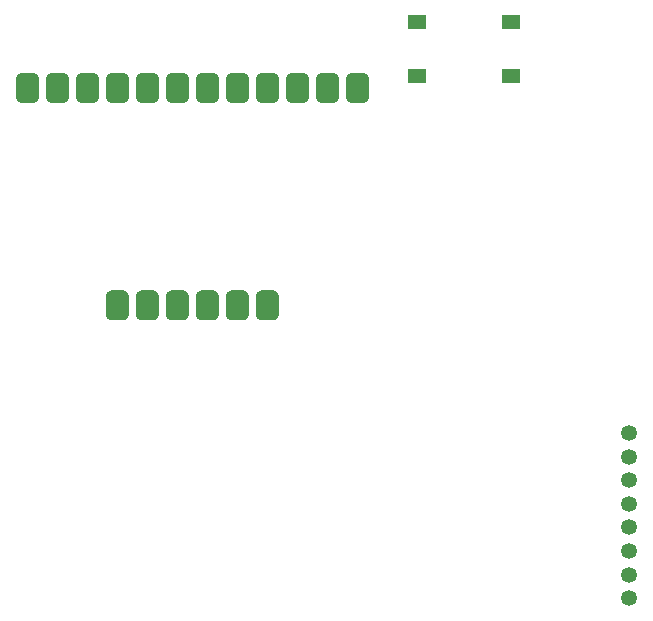
<source format=gbr>
G04 #@! TF.GenerationSoftware,KiCad,Pcbnew,(5.0.0-3-g5ebb6b6)*
G04 #@! TF.CreationDate,2021-01-19T19:10:24+01:00*
G04 #@! TF.ProjectId,HB-RC-4-TOUCH,48422D52432D342D544F5543482E6B69,rev?*
G04 #@! TF.SameCoordinates,Original*
G04 #@! TF.FileFunction,Paste,Top*
G04 #@! TF.FilePolarity,Positive*
%FSLAX46Y46*%
G04 Gerber Fmt 4.6, Leading zero omitted, Abs format (unit mm)*
G04 Created by KiCad (PCBNEW (5.0.0-3-g5ebb6b6)) date 2021 January 19, Tuesday 19:10:24*
%MOMM*%
%LPD*%
G01*
G04 APERTURE LIST*
%ADD10C,0.100000*%
%ADD11C,1.905000*%
%ADD12C,1.350000*%
%ADD13R,1.550000X1.300000*%
G04 APERTURE END LIST*
D10*
G04 #@! TO.C,U2*
G36*
X213552931Y-24524793D02*
X213599162Y-24531651D01*
X213644498Y-24543007D01*
X213688503Y-24558752D01*
X213730753Y-24578735D01*
X213770840Y-24602763D01*
X213808380Y-24630604D01*
X213843010Y-24661990D01*
X213874396Y-24696620D01*
X213902237Y-24734160D01*
X213926265Y-24774247D01*
X213946248Y-24816497D01*
X213961993Y-24860502D01*
X213973349Y-24905838D01*
X213980207Y-24952069D01*
X213982500Y-24998750D01*
X213982500Y-26586250D01*
X213980207Y-26632931D01*
X213973349Y-26679162D01*
X213961993Y-26724498D01*
X213946248Y-26768503D01*
X213926265Y-26810753D01*
X213902237Y-26850840D01*
X213874396Y-26888380D01*
X213843010Y-26923010D01*
X213808380Y-26954396D01*
X213770840Y-26982237D01*
X213730753Y-27006265D01*
X213688503Y-27026248D01*
X213644498Y-27041993D01*
X213599162Y-27053349D01*
X213552931Y-27060207D01*
X213506250Y-27062500D01*
X212553750Y-27062500D01*
X212507069Y-27060207D01*
X212460838Y-27053349D01*
X212415502Y-27041993D01*
X212371497Y-27026248D01*
X212329247Y-27006265D01*
X212289160Y-26982237D01*
X212251620Y-26954396D01*
X212216990Y-26923010D01*
X212185604Y-26888380D01*
X212157763Y-26850840D01*
X212133735Y-26810753D01*
X212113752Y-26768503D01*
X212098007Y-26724498D01*
X212086651Y-26679162D01*
X212079793Y-26632931D01*
X212077500Y-26586250D01*
X212077500Y-24998750D01*
X212079793Y-24952069D01*
X212086651Y-24905838D01*
X212098007Y-24860502D01*
X212113752Y-24816497D01*
X212133735Y-24774247D01*
X212157763Y-24734160D01*
X212185604Y-24696620D01*
X212216990Y-24661990D01*
X212251620Y-24630604D01*
X212289160Y-24602763D01*
X212329247Y-24578735D01*
X212371497Y-24558752D01*
X212415502Y-24543007D01*
X212460838Y-24531651D01*
X212507069Y-24524793D01*
X212553750Y-24522500D01*
X213506250Y-24522500D01*
X213552931Y-24524793D01*
X213552931Y-24524793D01*
G37*
D11*
X213030000Y-25792500D03*
D10*
G36*
X216092931Y-24524793D02*
X216139162Y-24531651D01*
X216184498Y-24543007D01*
X216228503Y-24558752D01*
X216270753Y-24578735D01*
X216310840Y-24602763D01*
X216348380Y-24630604D01*
X216383010Y-24661990D01*
X216414396Y-24696620D01*
X216442237Y-24734160D01*
X216466265Y-24774247D01*
X216486248Y-24816497D01*
X216501993Y-24860502D01*
X216513349Y-24905838D01*
X216520207Y-24952069D01*
X216522500Y-24998750D01*
X216522500Y-26586250D01*
X216520207Y-26632931D01*
X216513349Y-26679162D01*
X216501993Y-26724498D01*
X216486248Y-26768503D01*
X216466265Y-26810753D01*
X216442237Y-26850840D01*
X216414396Y-26888380D01*
X216383010Y-26923010D01*
X216348380Y-26954396D01*
X216310840Y-26982237D01*
X216270753Y-27006265D01*
X216228503Y-27026248D01*
X216184498Y-27041993D01*
X216139162Y-27053349D01*
X216092931Y-27060207D01*
X216046250Y-27062500D01*
X215093750Y-27062500D01*
X215047069Y-27060207D01*
X215000838Y-27053349D01*
X214955502Y-27041993D01*
X214911497Y-27026248D01*
X214869247Y-27006265D01*
X214829160Y-26982237D01*
X214791620Y-26954396D01*
X214756990Y-26923010D01*
X214725604Y-26888380D01*
X214697763Y-26850840D01*
X214673735Y-26810753D01*
X214653752Y-26768503D01*
X214638007Y-26724498D01*
X214626651Y-26679162D01*
X214619793Y-26632931D01*
X214617500Y-26586250D01*
X214617500Y-24998750D01*
X214619793Y-24952069D01*
X214626651Y-24905838D01*
X214638007Y-24860502D01*
X214653752Y-24816497D01*
X214673735Y-24774247D01*
X214697763Y-24734160D01*
X214725604Y-24696620D01*
X214756990Y-24661990D01*
X214791620Y-24630604D01*
X214829160Y-24602763D01*
X214869247Y-24578735D01*
X214911497Y-24558752D01*
X214955502Y-24543007D01*
X215000838Y-24531651D01*
X215047069Y-24524793D01*
X215093750Y-24522500D01*
X216046250Y-24522500D01*
X216092931Y-24524793D01*
X216092931Y-24524793D01*
G37*
D11*
X215570000Y-25792500D03*
D10*
G36*
X218632931Y-24524793D02*
X218679162Y-24531651D01*
X218724498Y-24543007D01*
X218768503Y-24558752D01*
X218810753Y-24578735D01*
X218850840Y-24602763D01*
X218888380Y-24630604D01*
X218923010Y-24661990D01*
X218954396Y-24696620D01*
X218982237Y-24734160D01*
X219006265Y-24774247D01*
X219026248Y-24816497D01*
X219041993Y-24860502D01*
X219053349Y-24905838D01*
X219060207Y-24952069D01*
X219062500Y-24998750D01*
X219062500Y-26586250D01*
X219060207Y-26632931D01*
X219053349Y-26679162D01*
X219041993Y-26724498D01*
X219026248Y-26768503D01*
X219006265Y-26810753D01*
X218982237Y-26850840D01*
X218954396Y-26888380D01*
X218923010Y-26923010D01*
X218888380Y-26954396D01*
X218850840Y-26982237D01*
X218810753Y-27006265D01*
X218768503Y-27026248D01*
X218724498Y-27041993D01*
X218679162Y-27053349D01*
X218632931Y-27060207D01*
X218586250Y-27062500D01*
X217633750Y-27062500D01*
X217587069Y-27060207D01*
X217540838Y-27053349D01*
X217495502Y-27041993D01*
X217451497Y-27026248D01*
X217409247Y-27006265D01*
X217369160Y-26982237D01*
X217331620Y-26954396D01*
X217296990Y-26923010D01*
X217265604Y-26888380D01*
X217237763Y-26850840D01*
X217213735Y-26810753D01*
X217193752Y-26768503D01*
X217178007Y-26724498D01*
X217166651Y-26679162D01*
X217159793Y-26632931D01*
X217157500Y-26586250D01*
X217157500Y-24998750D01*
X217159793Y-24952069D01*
X217166651Y-24905838D01*
X217178007Y-24860502D01*
X217193752Y-24816497D01*
X217213735Y-24774247D01*
X217237763Y-24734160D01*
X217265604Y-24696620D01*
X217296990Y-24661990D01*
X217331620Y-24630604D01*
X217369160Y-24602763D01*
X217409247Y-24578735D01*
X217451497Y-24558752D01*
X217495502Y-24543007D01*
X217540838Y-24531651D01*
X217587069Y-24524793D01*
X217633750Y-24522500D01*
X218586250Y-24522500D01*
X218632931Y-24524793D01*
X218632931Y-24524793D01*
G37*
D11*
X218110000Y-25792500D03*
D10*
G36*
X241492931Y-24524793D02*
X241539162Y-24531651D01*
X241584498Y-24543007D01*
X241628503Y-24558752D01*
X241670753Y-24578735D01*
X241710840Y-24602763D01*
X241748380Y-24630604D01*
X241783010Y-24661990D01*
X241814396Y-24696620D01*
X241842237Y-24734160D01*
X241866265Y-24774247D01*
X241886248Y-24816497D01*
X241901993Y-24860502D01*
X241913349Y-24905838D01*
X241920207Y-24952069D01*
X241922500Y-24998750D01*
X241922500Y-26586250D01*
X241920207Y-26632931D01*
X241913349Y-26679162D01*
X241901993Y-26724498D01*
X241886248Y-26768503D01*
X241866265Y-26810753D01*
X241842237Y-26850840D01*
X241814396Y-26888380D01*
X241783010Y-26923010D01*
X241748380Y-26954396D01*
X241710840Y-26982237D01*
X241670753Y-27006265D01*
X241628503Y-27026248D01*
X241584498Y-27041993D01*
X241539162Y-27053349D01*
X241492931Y-27060207D01*
X241446250Y-27062500D01*
X240493750Y-27062500D01*
X240447069Y-27060207D01*
X240400838Y-27053349D01*
X240355502Y-27041993D01*
X240311497Y-27026248D01*
X240269247Y-27006265D01*
X240229160Y-26982237D01*
X240191620Y-26954396D01*
X240156990Y-26923010D01*
X240125604Y-26888380D01*
X240097763Y-26850840D01*
X240073735Y-26810753D01*
X240053752Y-26768503D01*
X240038007Y-26724498D01*
X240026651Y-26679162D01*
X240019793Y-26632931D01*
X240017500Y-26586250D01*
X240017500Y-24998750D01*
X240019793Y-24952069D01*
X240026651Y-24905838D01*
X240038007Y-24860502D01*
X240053752Y-24816497D01*
X240073735Y-24774247D01*
X240097763Y-24734160D01*
X240125604Y-24696620D01*
X240156990Y-24661990D01*
X240191620Y-24630604D01*
X240229160Y-24602763D01*
X240269247Y-24578735D01*
X240311497Y-24558752D01*
X240355502Y-24543007D01*
X240400838Y-24531651D01*
X240447069Y-24524793D01*
X240493750Y-24522500D01*
X241446250Y-24522500D01*
X241492931Y-24524793D01*
X241492931Y-24524793D01*
G37*
D11*
X240970000Y-25792500D03*
D10*
G36*
X238952931Y-24524793D02*
X238999162Y-24531651D01*
X239044498Y-24543007D01*
X239088503Y-24558752D01*
X239130753Y-24578735D01*
X239170840Y-24602763D01*
X239208380Y-24630604D01*
X239243010Y-24661990D01*
X239274396Y-24696620D01*
X239302237Y-24734160D01*
X239326265Y-24774247D01*
X239346248Y-24816497D01*
X239361993Y-24860502D01*
X239373349Y-24905838D01*
X239380207Y-24952069D01*
X239382500Y-24998750D01*
X239382500Y-26586250D01*
X239380207Y-26632931D01*
X239373349Y-26679162D01*
X239361993Y-26724498D01*
X239346248Y-26768503D01*
X239326265Y-26810753D01*
X239302237Y-26850840D01*
X239274396Y-26888380D01*
X239243010Y-26923010D01*
X239208380Y-26954396D01*
X239170840Y-26982237D01*
X239130753Y-27006265D01*
X239088503Y-27026248D01*
X239044498Y-27041993D01*
X238999162Y-27053349D01*
X238952931Y-27060207D01*
X238906250Y-27062500D01*
X237953750Y-27062500D01*
X237907069Y-27060207D01*
X237860838Y-27053349D01*
X237815502Y-27041993D01*
X237771497Y-27026248D01*
X237729247Y-27006265D01*
X237689160Y-26982237D01*
X237651620Y-26954396D01*
X237616990Y-26923010D01*
X237585604Y-26888380D01*
X237557763Y-26850840D01*
X237533735Y-26810753D01*
X237513752Y-26768503D01*
X237498007Y-26724498D01*
X237486651Y-26679162D01*
X237479793Y-26632931D01*
X237477500Y-26586250D01*
X237477500Y-24998750D01*
X237479793Y-24952069D01*
X237486651Y-24905838D01*
X237498007Y-24860502D01*
X237513752Y-24816497D01*
X237533735Y-24774247D01*
X237557763Y-24734160D01*
X237585604Y-24696620D01*
X237616990Y-24661990D01*
X237651620Y-24630604D01*
X237689160Y-24602763D01*
X237729247Y-24578735D01*
X237771497Y-24558752D01*
X237815502Y-24543007D01*
X237860838Y-24531651D01*
X237907069Y-24524793D01*
X237953750Y-24522500D01*
X238906250Y-24522500D01*
X238952931Y-24524793D01*
X238952931Y-24524793D01*
G37*
D11*
X238430000Y-25792500D03*
D10*
G36*
X236412931Y-24524793D02*
X236459162Y-24531651D01*
X236504498Y-24543007D01*
X236548503Y-24558752D01*
X236590753Y-24578735D01*
X236630840Y-24602763D01*
X236668380Y-24630604D01*
X236703010Y-24661990D01*
X236734396Y-24696620D01*
X236762237Y-24734160D01*
X236786265Y-24774247D01*
X236806248Y-24816497D01*
X236821993Y-24860502D01*
X236833349Y-24905838D01*
X236840207Y-24952069D01*
X236842500Y-24998750D01*
X236842500Y-26586250D01*
X236840207Y-26632931D01*
X236833349Y-26679162D01*
X236821993Y-26724498D01*
X236806248Y-26768503D01*
X236786265Y-26810753D01*
X236762237Y-26850840D01*
X236734396Y-26888380D01*
X236703010Y-26923010D01*
X236668380Y-26954396D01*
X236630840Y-26982237D01*
X236590753Y-27006265D01*
X236548503Y-27026248D01*
X236504498Y-27041993D01*
X236459162Y-27053349D01*
X236412931Y-27060207D01*
X236366250Y-27062500D01*
X235413750Y-27062500D01*
X235367069Y-27060207D01*
X235320838Y-27053349D01*
X235275502Y-27041993D01*
X235231497Y-27026248D01*
X235189247Y-27006265D01*
X235149160Y-26982237D01*
X235111620Y-26954396D01*
X235076990Y-26923010D01*
X235045604Y-26888380D01*
X235017763Y-26850840D01*
X234993735Y-26810753D01*
X234973752Y-26768503D01*
X234958007Y-26724498D01*
X234946651Y-26679162D01*
X234939793Y-26632931D01*
X234937500Y-26586250D01*
X234937500Y-24998750D01*
X234939793Y-24952069D01*
X234946651Y-24905838D01*
X234958007Y-24860502D01*
X234973752Y-24816497D01*
X234993735Y-24774247D01*
X235017763Y-24734160D01*
X235045604Y-24696620D01*
X235076990Y-24661990D01*
X235111620Y-24630604D01*
X235149160Y-24602763D01*
X235189247Y-24578735D01*
X235231497Y-24558752D01*
X235275502Y-24543007D01*
X235320838Y-24531651D01*
X235367069Y-24524793D01*
X235413750Y-24522500D01*
X236366250Y-24522500D01*
X236412931Y-24524793D01*
X236412931Y-24524793D01*
G37*
D11*
X235890000Y-25792500D03*
D10*
G36*
X233872931Y-24524793D02*
X233919162Y-24531651D01*
X233964498Y-24543007D01*
X234008503Y-24558752D01*
X234050753Y-24578735D01*
X234090840Y-24602763D01*
X234128380Y-24630604D01*
X234163010Y-24661990D01*
X234194396Y-24696620D01*
X234222237Y-24734160D01*
X234246265Y-24774247D01*
X234266248Y-24816497D01*
X234281993Y-24860502D01*
X234293349Y-24905838D01*
X234300207Y-24952069D01*
X234302500Y-24998750D01*
X234302500Y-26586250D01*
X234300207Y-26632931D01*
X234293349Y-26679162D01*
X234281993Y-26724498D01*
X234266248Y-26768503D01*
X234246265Y-26810753D01*
X234222237Y-26850840D01*
X234194396Y-26888380D01*
X234163010Y-26923010D01*
X234128380Y-26954396D01*
X234090840Y-26982237D01*
X234050753Y-27006265D01*
X234008503Y-27026248D01*
X233964498Y-27041993D01*
X233919162Y-27053349D01*
X233872931Y-27060207D01*
X233826250Y-27062500D01*
X232873750Y-27062500D01*
X232827069Y-27060207D01*
X232780838Y-27053349D01*
X232735502Y-27041993D01*
X232691497Y-27026248D01*
X232649247Y-27006265D01*
X232609160Y-26982237D01*
X232571620Y-26954396D01*
X232536990Y-26923010D01*
X232505604Y-26888380D01*
X232477763Y-26850840D01*
X232453735Y-26810753D01*
X232433752Y-26768503D01*
X232418007Y-26724498D01*
X232406651Y-26679162D01*
X232399793Y-26632931D01*
X232397500Y-26586250D01*
X232397500Y-24998750D01*
X232399793Y-24952069D01*
X232406651Y-24905838D01*
X232418007Y-24860502D01*
X232433752Y-24816497D01*
X232453735Y-24774247D01*
X232477763Y-24734160D01*
X232505604Y-24696620D01*
X232536990Y-24661990D01*
X232571620Y-24630604D01*
X232609160Y-24602763D01*
X232649247Y-24578735D01*
X232691497Y-24558752D01*
X232735502Y-24543007D01*
X232780838Y-24531651D01*
X232827069Y-24524793D01*
X232873750Y-24522500D01*
X233826250Y-24522500D01*
X233872931Y-24524793D01*
X233872931Y-24524793D01*
G37*
D11*
X233350000Y-25792500D03*
D10*
G36*
X231332931Y-24524793D02*
X231379162Y-24531651D01*
X231424498Y-24543007D01*
X231468503Y-24558752D01*
X231510753Y-24578735D01*
X231550840Y-24602763D01*
X231588380Y-24630604D01*
X231623010Y-24661990D01*
X231654396Y-24696620D01*
X231682237Y-24734160D01*
X231706265Y-24774247D01*
X231726248Y-24816497D01*
X231741993Y-24860502D01*
X231753349Y-24905838D01*
X231760207Y-24952069D01*
X231762500Y-24998750D01*
X231762500Y-26586250D01*
X231760207Y-26632931D01*
X231753349Y-26679162D01*
X231741993Y-26724498D01*
X231726248Y-26768503D01*
X231706265Y-26810753D01*
X231682237Y-26850840D01*
X231654396Y-26888380D01*
X231623010Y-26923010D01*
X231588380Y-26954396D01*
X231550840Y-26982237D01*
X231510753Y-27006265D01*
X231468503Y-27026248D01*
X231424498Y-27041993D01*
X231379162Y-27053349D01*
X231332931Y-27060207D01*
X231286250Y-27062500D01*
X230333750Y-27062500D01*
X230287069Y-27060207D01*
X230240838Y-27053349D01*
X230195502Y-27041993D01*
X230151497Y-27026248D01*
X230109247Y-27006265D01*
X230069160Y-26982237D01*
X230031620Y-26954396D01*
X229996990Y-26923010D01*
X229965604Y-26888380D01*
X229937763Y-26850840D01*
X229913735Y-26810753D01*
X229893752Y-26768503D01*
X229878007Y-26724498D01*
X229866651Y-26679162D01*
X229859793Y-26632931D01*
X229857500Y-26586250D01*
X229857500Y-24998750D01*
X229859793Y-24952069D01*
X229866651Y-24905838D01*
X229878007Y-24860502D01*
X229893752Y-24816497D01*
X229913735Y-24774247D01*
X229937763Y-24734160D01*
X229965604Y-24696620D01*
X229996990Y-24661990D01*
X230031620Y-24630604D01*
X230069160Y-24602763D01*
X230109247Y-24578735D01*
X230151497Y-24558752D01*
X230195502Y-24543007D01*
X230240838Y-24531651D01*
X230287069Y-24524793D01*
X230333750Y-24522500D01*
X231286250Y-24522500D01*
X231332931Y-24524793D01*
X231332931Y-24524793D01*
G37*
D11*
X230810000Y-25792500D03*
D10*
G36*
X228792931Y-24524793D02*
X228839162Y-24531651D01*
X228884498Y-24543007D01*
X228928503Y-24558752D01*
X228970753Y-24578735D01*
X229010840Y-24602763D01*
X229048380Y-24630604D01*
X229083010Y-24661990D01*
X229114396Y-24696620D01*
X229142237Y-24734160D01*
X229166265Y-24774247D01*
X229186248Y-24816497D01*
X229201993Y-24860502D01*
X229213349Y-24905838D01*
X229220207Y-24952069D01*
X229222500Y-24998750D01*
X229222500Y-26586250D01*
X229220207Y-26632931D01*
X229213349Y-26679162D01*
X229201993Y-26724498D01*
X229186248Y-26768503D01*
X229166265Y-26810753D01*
X229142237Y-26850840D01*
X229114396Y-26888380D01*
X229083010Y-26923010D01*
X229048380Y-26954396D01*
X229010840Y-26982237D01*
X228970753Y-27006265D01*
X228928503Y-27026248D01*
X228884498Y-27041993D01*
X228839162Y-27053349D01*
X228792931Y-27060207D01*
X228746250Y-27062500D01*
X227793750Y-27062500D01*
X227747069Y-27060207D01*
X227700838Y-27053349D01*
X227655502Y-27041993D01*
X227611497Y-27026248D01*
X227569247Y-27006265D01*
X227529160Y-26982237D01*
X227491620Y-26954396D01*
X227456990Y-26923010D01*
X227425604Y-26888380D01*
X227397763Y-26850840D01*
X227373735Y-26810753D01*
X227353752Y-26768503D01*
X227338007Y-26724498D01*
X227326651Y-26679162D01*
X227319793Y-26632931D01*
X227317500Y-26586250D01*
X227317500Y-24998750D01*
X227319793Y-24952069D01*
X227326651Y-24905838D01*
X227338007Y-24860502D01*
X227353752Y-24816497D01*
X227373735Y-24774247D01*
X227397763Y-24734160D01*
X227425604Y-24696620D01*
X227456990Y-24661990D01*
X227491620Y-24630604D01*
X227529160Y-24602763D01*
X227569247Y-24578735D01*
X227611497Y-24558752D01*
X227655502Y-24543007D01*
X227700838Y-24531651D01*
X227747069Y-24524793D01*
X227793750Y-24522500D01*
X228746250Y-24522500D01*
X228792931Y-24524793D01*
X228792931Y-24524793D01*
G37*
D11*
X228270000Y-25792500D03*
D10*
G36*
X226252931Y-24524793D02*
X226299162Y-24531651D01*
X226344498Y-24543007D01*
X226388503Y-24558752D01*
X226430753Y-24578735D01*
X226470840Y-24602763D01*
X226508380Y-24630604D01*
X226543010Y-24661990D01*
X226574396Y-24696620D01*
X226602237Y-24734160D01*
X226626265Y-24774247D01*
X226646248Y-24816497D01*
X226661993Y-24860502D01*
X226673349Y-24905838D01*
X226680207Y-24952069D01*
X226682500Y-24998750D01*
X226682500Y-26586250D01*
X226680207Y-26632931D01*
X226673349Y-26679162D01*
X226661993Y-26724498D01*
X226646248Y-26768503D01*
X226626265Y-26810753D01*
X226602237Y-26850840D01*
X226574396Y-26888380D01*
X226543010Y-26923010D01*
X226508380Y-26954396D01*
X226470840Y-26982237D01*
X226430753Y-27006265D01*
X226388503Y-27026248D01*
X226344498Y-27041993D01*
X226299162Y-27053349D01*
X226252931Y-27060207D01*
X226206250Y-27062500D01*
X225253750Y-27062500D01*
X225207069Y-27060207D01*
X225160838Y-27053349D01*
X225115502Y-27041993D01*
X225071497Y-27026248D01*
X225029247Y-27006265D01*
X224989160Y-26982237D01*
X224951620Y-26954396D01*
X224916990Y-26923010D01*
X224885604Y-26888380D01*
X224857763Y-26850840D01*
X224833735Y-26810753D01*
X224813752Y-26768503D01*
X224798007Y-26724498D01*
X224786651Y-26679162D01*
X224779793Y-26632931D01*
X224777500Y-26586250D01*
X224777500Y-24998750D01*
X224779793Y-24952069D01*
X224786651Y-24905838D01*
X224798007Y-24860502D01*
X224813752Y-24816497D01*
X224833735Y-24774247D01*
X224857763Y-24734160D01*
X224885604Y-24696620D01*
X224916990Y-24661990D01*
X224951620Y-24630604D01*
X224989160Y-24602763D01*
X225029247Y-24578735D01*
X225071497Y-24558752D01*
X225115502Y-24543007D01*
X225160838Y-24531651D01*
X225207069Y-24524793D01*
X225253750Y-24522500D01*
X226206250Y-24522500D01*
X226252931Y-24524793D01*
X226252931Y-24524793D01*
G37*
D11*
X225730000Y-25792500D03*
D10*
G36*
X223712931Y-24524793D02*
X223759162Y-24531651D01*
X223804498Y-24543007D01*
X223848503Y-24558752D01*
X223890753Y-24578735D01*
X223930840Y-24602763D01*
X223968380Y-24630604D01*
X224003010Y-24661990D01*
X224034396Y-24696620D01*
X224062237Y-24734160D01*
X224086265Y-24774247D01*
X224106248Y-24816497D01*
X224121993Y-24860502D01*
X224133349Y-24905838D01*
X224140207Y-24952069D01*
X224142500Y-24998750D01*
X224142500Y-26586250D01*
X224140207Y-26632931D01*
X224133349Y-26679162D01*
X224121993Y-26724498D01*
X224106248Y-26768503D01*
X224086265Y-26810753D01*
X224062237Y-26850840D01*
X224034396Y-26888380D01*
X224003010Y-26923010D01*
X223968380Y-26954396D01*
X223930840Y-26982237D01*
X223890753Y-27006265D01*
X223848503Y-27026248D01*
X223804498Y-27041993D01*
X223759162Y-27053349D01*
X223712931Y-27060207D01*
X223666250Y-27062500D01*
X222713750Y-27062500D01*
X222667069Y-27060207D01*
X222620838Y-27053349D01*
X222575502Y-27041993D01*
X222531497Y-27026248D01*
X222489247Y-27006265D01*
X222449160Y-26982237D01*
X222411620Y-26954396D01*
X222376990Y-26923010D01*
X222345604Y-26888380D01*
X222317763Y-26850840D01*
X222293735Y-26810753D01*
X222273752Y-26768503D01*
X222258007Y-26724498D01*
X222246651Y-26679162D01*
X222239793Y-26632931D01*
X222237500Y-26586250D01*
X222237500Y-24998750D01*
X222239793Y-24952069D01*
X222246651Y-24905838D01*
X222258007Y-24860502D01*
X222273752Y-24816497D01*
X222293735Y-24774247D01*
X222317763Y-24734160D01*
X222345604Y-24696620D01*
X222376990Y-24661990D01*
X222411620Y-24630604D01*
X222449160Y-24602763D01*
X222489247Y-24578735D01*
X222531497Y-24558752D01*
X222575502Y-24543007D01*
X222620838Y-24531651D01*
X222667069Y-24524793D01*
X222713750Y-24522500D01*
X223666250Y-24522500D01*
X223712931Y-24524793D01*
X223712931Y-24524793D01*
G37*
D11*
X223190000Y-25792500D03*
D10*
G36*
X221172931Y-24524793D02*
X221219162Y-24531651D01*
X221264498Y-24543007D01*
X221308503Y-24558752D01*
X221350753Y-24578735D01*
X221390840Y-24602763D01*
X221428380Y-24630604D01*
X221463010Y-24661990D01*
X221494396Y-24696620D01*
X221522237Y-24734160D01*
X221546265Y-24774247D01*
X221566248Y-24816497D01*
X221581993Y-24860502D01*
X221593349Y-24905838D01*
X221600207Y-24952069D01*
X221602500Y-24998750D01*
X221602500Y-26586250D01*
X221600207Y-26632931D01*
X221593349Y-26679162D01*
X221581993Y-26724498D01*
X221566248Y-26768503D01*
X221546265Y-26810753D01*
X221522237Y-26850840D01*
X221494396Y-26888380D01*
X221463010Y-26923010D01*
X221428380Y-26954396D01*
X221390840Y-26982237D01*
X221350753Y-27006265D01*
X221308503Y-27026248D01*
X221264498Y-27041993D01*
X221219162Y-27053349D01*
X221172931Y-27060207D01*
X221126250Y-27062500D01*
X220173750Y-27062500D01*
X220127069Y-27060207D01*
X220080838Y-27053349D01*
X220035502Y-27041993D01*
X219991497Y-27026248D01*
X219949247Y-27006265D01*
X219909160Y-26982237D01*
X219871620Y-26954396D01*
X219836990Y-26923010D01*
X219805604Y-26888380D01*
X219777763Y-26850840D01*
X219753735Y-26810753D01*
X219733752Y-26768503D01*
X219718007Y-26724498D01*
X219706651Y-26679162D01*
X219699793Y-26632931D01*
X219697500Y-26586250D01*
X219697500Y-24998750D01*
X219699793Y-24952069D01*
X219706651Y-24905838D01*
X219718007Y-24860502D01*
X219733752Y-24816497D01*
X219753735Y-24774247D01*
X219777763Y-24734160D01*
X219805604Y-24696620D01*
X219836990Y-24661990D01*
X219871620Y-24630604D01*
X219909160Y-24602763D01*
X219949247Y-24578735D01*
X219991497Y-24558752D01*
X220035502Y-24543007D01*
X220080838Y-24531651D01*
X220127069Y-24524793D01*
X220173750Y-24522500D01*
X221126250Y-24522500D01*
X221172931Y-24524793D01*
X221172931Y-24524793D01*
G37*
D11*
X220650000Y-25792500D03*
D10*
G36*
X233872931Y-42939793D02*
X233919162Y-42946651D01*
X233964498Y-42958007D01*
X234008503Y-42973752D01*
X234050753Y-42993735D01*
X234090840Y-43017763D01*
X234128380Y-43045604D01*
X234163010Y-43076990D01*
X234194396Y-43111620D01*
X234222237Y-43149160D01*
X234246265Y-43189247D01*
X234266248Y-43231497D01*
X234281993Y-43275502D01*
X234293349Y-43320838D01*
X234300207Y-43367069D01*
X234302500Y-43413750D01*
X234302500Y-45001250D01*
X234300207Y-45047931D01*
X234293349Y-45094162D01*
X234281993Y-45139498D01*
X234266248Y-45183503D01*
X234246265Y-45225753D01*
X234222237Y-45265840D01*
X234194396Y-45303380D01*
X234163010Y-45338010D01*
X234128380Y-45369396D01*
X234090840Y-45397237D01*
X234050753Y-45421265D01*
X234008503Y-45441248D01*
X233964498Y-45456993D01*
X233919162Y-45468349D01*
X233872931Y-45475207D01*
X233826250Y-45477500D01*
X232873750Y-45477500D01*
X232827069Y-45475207D01*
X232780838Y-45468349D01*
X232735502Y-45456993D01*
X232691497Y-45441248D01*
X232649247Y-45421265D01*
X232609160Y-45397237D01*
X232571620Y-45369396D01*
X232536990Y-45338010D01*
X232505604Y-45303380D01*
X232477763Y-45265840D01*
X232453735Y-45225753D01*
X232433752Y-45183503D01*
X232418007Y-45139498D01*
X232406651Y-45094162D01*
X232399793Y-45047931D01*
X232397500Y-45001250D01*
X232397500Y-43413750D01*
X232399793Y-43367069D01*
X232406651Y-43320838D01*
X232418007Y-43275502D01*
X232433752Y-43231497D01*
X232453735Y-43189247D01*
X232477763Y-43149160D01*
X232505604Y-43111620D01*
X232536990Y-43076990D01*
X232571620Y-43045604D01*
X232609160Y-43017763D01*
X232649247Y-42993735D01*
X232691497Y-42973752D01*
X232735502Y-42958007D01*
X232780838Y-42946651D01*
X232827069Y-42939793D01*
X232873750Y-42937500D01*
X233826250Y-42937500D01*
X233872931Y-42939793D01*
X233872931Y-42939793D01*
G37*
D11*
X233350000Y-44207500D03*
D10*
G36*
X231332931Y-42939793D02*
X231379162Y-42946651D01*
X231424498Y-42958007D01*
X231468503Y-42973752D01*
X231510753Y-42993735D01*
X231550840Y-43017763D01*
X231588380Y-43045604D01*
X231623010Y-43076990D01*
X231654396Y-43111620D01*
X231682237Y-43149160D01*
X231706265Y-43189247D01*
X231726248Y-43231497D01*
X231741993Y-43275502D01*
X231753349Y-43320838D01*
X231760207Y-43367069D01*
X231762500Y-43413750D01*
X231762500Y-45001250D01*
X231760207Y-45047931D01*
X231753349Y-45094162D01*
X231741993Y-45139498D01*
X231726248Y-45183503D01*
X231706265Y-45225753D01*
X231682237Y-45265840D01*
X231654396Y-45303380D01*
X231623010Y-45338010D01*
X231588380Y-45369396D01*
X231550840Y-45397237D01*
X231510753Y-45421265D01*
X231468503Y-45441248D01*
X231424498Y-45456993D01*
X231379162Y-45468349D01*
X231332931Y-45475207D01*
X231286250Y-45477500D01*
X230333750Y-45477500D01*
X230287069Y-45475207D01*
X230240838Y-45468349D01*
X230195502Y-45456993D01*
X230151497Y-45441248D01*
X230109247Y-45421265D01*
X230069160Y-45397237D01*
X230031620Y-45369396D01*
X229996990Y-45338010D01*
X229965604Y-45303380D01*
X229937763Y-45265840D01*
X229913735Y-45225753D01*
X229893752Y-45183503D01*
X229878007Y-45139498D01*
X229866651Y-45094162D01*
X229859793Y-45047931D01*
X229857500Y-45001250D01*
X229857500Y-43413750D01*
X229859793Y-43367069D01*
X229866651Y-43320838D01*
X229878007Y-43275502D01*
X229893752Y-43231497D01*
X229913735Y-43189247D01*
X229937763Y-43149160D01*
X229965604Y-43111620D01*
X229996990Y-43076990D01*
X230031620Y-43045604D01*
X230069160Y-43017763D01*
X230109247Y-42993735D01*
X230151497Y-42973752D01*
X230195502Y-42958007D01*
X230240838Y-42946651D01*
X230287069Y-42939793D01*
X230333750Y-42937500D01*
X231286250Y-42937500D01*
X231332931Y-42939793D01*
X231332931Y-42939793D01*
G37*
D11*
X230810000Y-44207500D03*
D10*
G36*
X228792931Y-42939793D02*
X228839162Y-42946651D01*
X228884498Y-42958007D01*
X228928503Y-42973752D01*
X228970753Y-42993735D01*
X229010840Y-43017763D01*
X229048380Y-43045604D01*
X229083010Y-43076990D01*
X229114396Y-43111620D01*
X229142237Y-43149160D01*
X229166265Y-43189247D01*
X229186248Y-43231497D01*
X229201993Y-43275502D01*
X229213349Y-43320838D01*
X229220207Y-43367069D01*
X229222500Y-43413750D01*
X229222500Y-45001250D01*
X229220207Y-45047931D01*
X229213349Y-45094162D01*
X229201993Y-45139498D01*
X229186248Y-45183503D01*
X229166265Y-45225753D01*
X229142237Y-45265840D01*
X229114396Y-45303380D01*
X229083010Y-45338010D01*
X229048380Y-45369396D01*
X229010840Y-45397237D01*
X228970753Y-45421265D01*
X228928503Y-45441248D01*
X228884498Y-45456993D01*
X228839162Y-45468349D01*
X228792931Y-45475207D01*
X228746250Y-45477500D01*
X227793750Y-45477500D01*
X227747069Y-45475207D01*
X227700838Y-45468349D01*
X227655502Y-45456993D01*
X227611497Y-45441248D01*
X227569247Y-45421265D01*
X227529160Y-45397237D01*
X227491620Y-45369396D01*
X227456990Y-45338010D01*
X227425604Y-45303380D01*
X227397763Y-45265840D01*
X227373735Y-45225753D01*
X227353752Y-45183503D01*
X227338007Y-45139498D01*
X227326651Y-45094162D01*
X227319793Y-45047931D01*
X227317500Y-45001250D01*
X227317500Y-43413750D01*
X227319793Y-43367069D01*
X227326651Y-43320838D01*
X227338007Y-43275502D01*
X227353752Y-43231497D01*
X227373735Y-43189247D01*
X227397763Y-43149160D01*
X227425604Y-43111620D01*
X227456990Y-43076990D01*
X227491620Y-43045604D01*
X227529160Y-43017763D01*
X227569247Y-42993735D01*
X227611497Y-42973752D01*
X227655502Y-42958007D01*
X227700838Y-42946651D01*
X227747069Y-42939793D01*
X227793750Y-42937500D01*
X228746250Y-42937500D01*
X228792931Y-42939793D01*
X228792931Y-42939793D01*
G37*
D11*
X228270000Y-44207500D03*
D10*
G36*
X226252931Y-42939793D02*
X226299162Y-42946651D01*
X226344498Y-42958007D01*
X226388503Y-42973752D01*
X226430753Y-42993735D01*
X226470840Y-43017763D01*
X226508380Y-43045604D01*
X226543010Y-43076990D01*
X226574396Y-43111620D01*
X226602237Y-43149160D01*
X226626265Y-43189247D01*
X226646248Y-43231497D01*
X226661993Y-43275502D01*
X226673349Y-43320838D01*
X226680207Y-43367069D01*
X226682500Y-43413750D01*
X226682500Y-45001250D01*
X226680207Y-45047931D01*
X226673349Y-45094162D01*
X226661993Y-45139498D01*
X226646248Y-45183503D01*
X226626265Y-45225753D01*
X226602237Y-45265840D01*
X226574396Y-45303380D01*
X226543010Y-45338010D01*
X226508380Y-45369396D01*
X226470840Y-45397237D01*
X226430753Y-45421265D01*
X226388503Y-45441248D01*
X226344498Y-45456993D01*
X226299162Y-45468349D01*
X226252931Y-45475207D01*
X226206250Y-45477500D01*
X225253750Y-45477500D01*
X225207069Y-45475207D01*
X225160838Y-45468349D01*
X225115502Y-45456993D01*
X225071497Y-45441248D01*
X225029247Y-45421265D01*
X224989160Y-45397237D01*
X224951620Y-45369396D01*
X224916990Y-45338010D01*
X224885604Y-45303380D01*
X224857763Y-45265840D01*
X224833735Y-45225753D01*
X224813752Y-45183503D01*
X224798007Y-45139498D01*
X224786651Y-45094162D01*
X224779793Y-45047931D01*
X224777500Y-45001250D01*
X224777500Y-43413750D01*
X224779793Y-43367069D01*
X224786651Y-43320838D01*
X224798007Y-43275502D01*
X224813752Y-43231497D01*
X224833735Y-43189247D01*
X224857763Y-43149160D01*
X224885604Y-43111620D01*
X224916990Y-43076990D01*
X224951620Y-43045604D01*
X224989160Y-43017763D01*
X225029247Y-42993735D01*
X225071497Y-42973752D01*
X225115502Y-42958007D01*
X225160838Y-42946651D01*
X225207069Y-42939793D01*
X225253750Y-42937500D01*
X226206250Y-42937500D01*
X226252931Y-42939793D01*
X226252931Y-42939793D01*
G37*
D11*
X225730000Y-44207500D03*
D10*
G36*
X223712931Y-42939793D02*
X223759162Y-42946651D01*
X223804498Y-42958007D01*
X223848503Y-42973752D01*
X223890753Y-42993735D01*
X223930840Y-43017763D01*
X223968380Y-43045604D01*
X224003010Y-43076990D01*
X224034396Y-43111620D01*
X224062237Y-43149160D01*
X224086265Y-43189247D01*
X224106248Y-43231497D01*
X224121993Y-43275502D01*
X224133349Y-43320838D01*
X224140207Y-43367069D01*
X224142500Y-43413750D01*
X224142500Y-45001250D01*
X224140207Y-45047931D01*
X224133349Y-45094162D01*
X224121993Y-45139498D01*
X224106248Y-45183503D01*
X224086265Y-45225753D01*
X224062237Y-45265840D01*
X224034396Y-45303380D01*
X224003010Y-45338010D01*
X223968380Y-45369396D01*
X223930840Y-45397237D01*
X223890753Y-45421265D01*
X223848503Y-45441248D01*
X223804498Y-45456993D01*
X223759162Y-45468349D01*
X223712931Y-45475207D01*
X223666250Y-45477500D01*
X222713750Y-45477500D01*
X222667069Y-45475207D01*
X222620838Y-45468349D01*
X222575502Y-45456993D01*
X222531497Y-45441248D01*
X222489247Y-45421265D01*
X222449160Y-45397237D01*
X222411620Y-45369396D01*
X222376990Y-45338010D01*
X222345604Y-45303380D01*
X222317763Y-45265840D01*
X222293735Y-45225753D01*
X222273752Y-45183503D01*
X222258007Y-45139498D01*
X222246651Y-45094162D01*
X222239793Y-45047931D01*
X222237500Y-45001250D01*
X222237500Y-43413750D01*
X222239793Y-43367069D01*
X222246651Y-43320838D01*
X222258007Y-43275502D01*
X222273752Y-43231497D01*
X222293735Y-43189247D01*
X222317763Y-43149160D01*
X222345604Y-43111620D01*
X222376990Y-43076990D01*
X222411620Y-43045604D01*
X222449160Y-43017763D01*
X222489247Y-42993735D01*
X222531497Y-42973752D01*
X222575502Y-42958007D01*
X222620838Y-42946651D01*
X222667069Y-42939793D01*
X222713750Y-42937500D01*
X223666250Y-42937500D01*
X223712931Y-42939793D01*
X223712931Y-42939793D01*
G37*
D11*
X223190000Y-44207500D03*
D10*
G36*
X221172931Y-42939793D02*
X221219162Y-42946651D01*
X221264498Y-42958007D01*
X221308503Y-42973752D01*
X221350753Y-42993735D01*
X221390840Y-43017763D01*
X221428380Y-43045604D01*
X221463010Y-43076990D01*
X221494396Y-43111620D01*
X221522237Y-43149160D01*
X221546265Y-43189247D01*
X221566248Y-43231497D01*
X221581993Y-43275502D01*
X221593349Y-43320838D01*
X221600207Y-43367069D01*
X221602500Y-43413750D01*
X221602500Y-45001250D01*
X221600207Y-45047931D01*
X221593349Y-45094162D01*
X221581993Y-45139498D01*
X221566248Y-45183503D01*
X221546265Y-45225753D01*
X221522237Y-45265840D01*
X221494396Y-45303380D01*
X221463010Y-45338010D01*
X221428380Y-45369396D01*
X221390840Y-45397237D01*
X221350753Y-45421265D01*
X221308503Y-45441248D01*
X221264498Y-45456993D01*
X221219162Y-45468349D01*
X221172931Y-45475207D01*
X221126250Y-45477500D01*
X220173750Y-45477500D01*
X220127069Y-45475207D01*
X220080838Y-45468349D01*
X220035502Y-45456993D01*
X219991497Y-45441248D01*
X219949247Y-45421265D01*
X219909160Y-45397237D01*
X219871620Y-45369396D01*
X219836990Y-45338010D01*
X219805604Y-45303380D01*
X219777763Y-45265840D01*
X219753735Y-45225753D01*
X219733752Y-45183503D01*
X219718007Y-45139498D01*
X219706651Y-45094162D01*
X219699793Y-45047931D01*
X219697500Y-45001250D01*
X219697500Y-43413750D01*
X219699793Y-43367069D01*
X219706651Y-43320838D01*
X219718007Y-43275502D01*
X219733752Y-43231497D01*
X219753735Y-43189247D01*
X219777763Y-43149160D01*
X219805604Y-43111620D01*
X219836990Y-43076990D01*
X219871620Y-43045604D01*
X219909160Y-43017763D01*
X219949247Y-42993735D01*
X219991497Y-42973752D01*
X220035502Y-42958007D01*
X220080838Y-42946651D01*
X220127069Y-42939793D01*
X220173750Y-42937500D01*
X221126250Y-42937500D01*
X221172931Y-42939793D01*
X221172931Y-42939793D01*
G37*
D11*
X220650000Y-44207500D03*
G04 #@! TD*
D12*
G04 #@! TO.C,U1*
X264000000Y-67000000D03*
X264000000Y-65000000D03*
X264000000Y-63000000D03*
X264000000Y-61000000D03*
X264000000Y-59000000D03*
X264000000Y-57000000D03*
X264000000Y-55000000D03*
X264000000Y-69000000D03*
G04 #@! TD*
D13*
G04 #@! TO.C,SW1*
X253980000Y-20250000D03*
X253980000Y-24750000D03*
X246020000Y-24750000D03*
X246020000Y-20250000D03*
G04 #@! TD*
M02*

</source>
